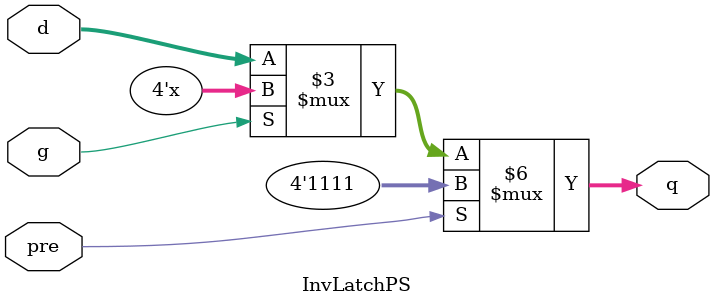
<source format=v>


module PLatch (g,d,q);

input  g,d;
output q;
reg    q;

always @(g or d) begin

  if (g)
     q <= d;
end

endmodule


//Following is the Verilog code for a latch with a positive gate and an asynchronous clear.
module PLatchC (g,d,clr,q);

input  g,d,clr;
output q;
reg    q;

always @(g or d) begin

  if (clr)
     q <= 1'b0;
  else
     q <= d;
end

endmodule


//Following is Verilog code for a 4-bit latch with an inverted gate and an asynchronous preset.
module InvLatchPS (g,d,pre,q);

input        g,pre;
input  [3:0] d;
output [3:0] q;
reg    [3:0] q;

always @(q or d or pre) begin

  if (pre)
     q <= 4'b1111;
  else if (~g)
     q <= d;
end 

endmodule



</source>
